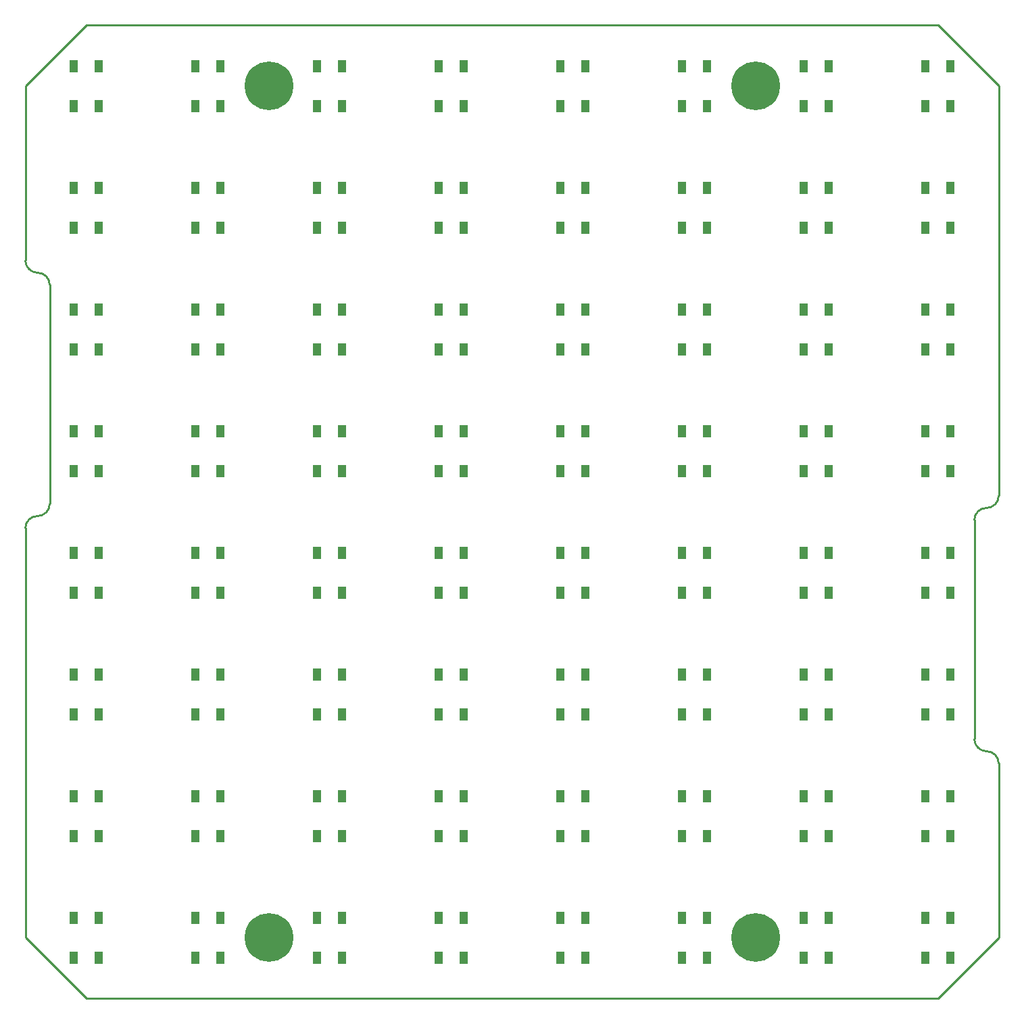
<source format=gtp>
G04 #@! TF.FileFunction,Paste,Top*
%FSLAX46Y46*%
G04 Gerber Fmt 4.6, Leading zero omitted, Abs format (unit mm)*
G04 Created by KiCad (PCBNEW 0.201504141001+5596~22~ubuntu14.10.1-product) date Friday 17 April 2015 10:18:20 PM IST*
%MOMM*%
G01*
G04 APERTURE LIST*
%ADD10C,0.152400*%
%ADD11C,0.254000*%
%ADD12R,1.016000X1.524000*%
%ADD13C,6.096000*%
G04 APERTURE END LIST*
D10*
D11*
X147320000Y-33020000D02*
X139700000Y-25400000D01*
X147320000Y-139700000D02*
X139700000Y-147320000D01*
X25400000Y-139700000D02*
X33020000Y-147320000D01*
X33020000Y-25400000D02*
X25400000Y-33020000D01*
X147320000Y-117856000D02*
G75*
G03X145796000Y-116332000I-1524000J0D01*
G01*
X144272000Y-114808000D02*
G75*
G03X145796000Y-116332000I1524000J0D01*
G01*
X145796000Y-85852000D02*
G75*
G03X144272000Y-87376000I0J-1524000D01*
G01*
X145796000Y-85852000D02*
G75*
G03X147320000Y-84328000I0J1524000D01*
G01*
X25400000Y-54864000D02*
G75*
G03X26924000Y-56388000I1524000J0D01*
G01*
X28448000Y-57912000D02*
G75*
G03X26924000Y-56388000I-1524000J0D01*
G01*
X26924000Y-86868000D02*
G75*
G03X25400000Y-88392000I0J-1524000D01*
G01*
X26924000Y-86868000D02*
G75*
G03X28448000Y-85344000I0J1524000D01*
G01*
X147320000Y-84328000D02*
X147320000Y-33020000D01*
X147320000Y-117856000D02*
X147320000Y-139700000D01*
X25400000Y-88392000D02*
X25400000Y-139700000D01*
X25400000Y-54864000D02*
X25400000Y-33020000D01*
X144272000Y-101092000D02*
X144272000Y-114808000D01*
X144272000Y-101092000D02*
X144272000Y-87376000D01*
X28448000Y-71628000D02*
X28448000Y-85344000D01*
X28448000Y-71628000D02*
X28448000Y-57912000D01*
X139700000Y-147320000D02*
X33020000Y-147320000D01*
X33020000Y-25400000D02*
X139700000Y-25400000D01*
D12*
X126047500Y-30543500D03*
X122872500Y-30543500D03*
X122872500Y-35496500D03*
X126047500Y-35496500D03*
X110807500Y-30543500D03*
X107632500Y-30543500D03*
X107632500Y-35496500D03*
X110807500Y-35496500D03*
X95567500Y-30543500D03*
X92392500Y-30543500D03*
X92392500Y-35496500D03*
X95567500Y-35496500D03*
X80327500Y-30543500D03*
X77152500Y-30543500D03*
X77152500Y-35496500D03*
X80327500Y-35496500D03*
X65087500Y-30543500D03*
X61912500Y-30543500D03*
X61912500Y-35496500D03*
X65087500Y-35496500D03*
X49847500Y-30543500D03*
X46672500Y-30543500D03*
X46672500Y-35496500D03*
X49847500Y-35496500D03*
X34607500Y-30543500D03*
X31432500Y-30543500D03*
X31432500Y-35496500D03*
X34607500Y-35496500D03*
X141287500Y-45783500D03*
X138112500Y-45783500D03*
X138112500Y-50736500D03*
X141287500Y-50736500D03*
X126047500Y-45783500D03*
X122872500Y-45783500D03*
X122872500Y-50736500D03*
X126047500Y-50736500D03*
X110807500Y-45783500D03*
X107632500Y-45783500D03*
X107632500Y-50736500D03*
X110807500Y-50736500D03*
X95567500Y-45783500D03*
X92392500Y-45783500D03*
X92392500Y-50736500D03*
X95567500Y-50736500D03*
X80327500Y-45783500D03*
X77152500Y-45783500D03*
X77152500Y-50736500D03*
X80327500Y-50736500D03*
X65087500Y-45783500D03*
X61912500Y-45783500D03*
X61912500Y-50736500D03*
X65087500Y-50736500D03*
X49847500Y-45783500D03*
X46672500Y-45783500D03*
X46672500Y-50736500D03*
X49847500Y-50736500D03*
X34607500Y-45783500D03*
X31432500Y-45783500D03*
X31432500Y-50736500D03*
X34607500Y-50736500D03*
X141287500Y-61023500D03*
X138112500Y-61023500D03*
X138112500Y-65976500D03*
X141287500Y-65976500D03*
X126047500Y-61023500D03*
X122872500Y-61023500D03*
X122872500Y-65976500D03*
X126047500Y-65976500D03*
X110807500Y-61023500D03*
X107632500Y-61023500D03*
X107632500Y-65976500D03*
X110807500Y-65976500D03*
X95567500Y-61023500D03*
X92392500Y-61023500D03*
X92392500Y-65976500D03*
X95567500Y-65976500D03*
X80327500Y-61023500D03*
X77152500Y-61023500D03*
X77152500Y-65976500D03*
X80327500Y-65976500D03*
X65087500Y-61023500D03*
X61912500Y-61023500D03*
X61912500Y-65976500D03*
X65087500Y-65976500D03*
X49847500Y-61023500D03*
X46672500Y-61023500D03*
X46672500Y-65976500D03*
X49847500Y-65976500D03*
X34607500Y-61023500D03*
X31432500Y-61023500D03*
X31432500Y-65976500D03*
X34607500Y-65976500D03*
X141287500Y-76263500D03*
X138112500Y-76263500D03*
X138112500Y-81216500D03*
X141287500Y-81216500D03*
X126047500Y-76263500D03*
X122872500Y-76263500D03*
X122872500Y-81216500D03*
X126047500Y-81216500D03*
X110807500Y-76263500D03*
X107632500Y-76263500D03*
X107632500Y-81216500D03*
X110807500Y-81216500D03*
X95567500Y-76263500D03*
X92392500Y-76263500D03*
X92392500Y-81216500D03*
X95567500Y-81216500D03*
X80327500Y-76263500D03*
X77152500Y-76263500D03*
X77152500Y-81216500D03*
X80327500Y-81216500D03*
X65087500Y-76263500D03*
X61912500Y-76263500D03*
X61912500Y-81216500D03*
X65087500Y-81216500D03*
X49847500Y-76263500D03*
X46672500Y-76263500D03*
X46672500Y-81216500D03*
X49847500Y-81216500D03*
X34607500Y-76263500D03*
X31432500Y-76263500D03*
X31432500Y-81216500D03*
X34607500Y-81216500D03*
X141287500Y-91503500D03*
X138112500Y-91503500D03*
X138112500Y-96456500D03*
X141287500Y-96456500D03*
X126047500Y-91503500D03*
X122872500Y-91503500D03*
X122872500Y-96456500D03*
X126047500Y-96456500D03*
X110807500Y-91503500D03*
X107632500Y-91503500D03*
X107632500Y-96456500D03*
X110807500Y-96456500D03*
X95567500Y-91503500D03*
X92392500Y-91503500D03*
X92392500Y-96456500D03*
X95567500Y-96456500D03*
X80327500Y-91503500D03*
X77152500Y-91503500D03*
X77152500Y-96456500D03*
X80327500Y-96456500D03*
X65087500Y-91503500D03*
X61912500Y-91503500D03*
X61912500Y-96456500D03*
X65087500Y-96456500D03*
X49847500Y-91503500D03*
X46672500Y-91503500D03*
X46672500Y-96456500D03*
X49847500Y-96456500D03*
X34607500Y-91503500D03*
X31432500Y-91503500D03*
X31432500Y-96456500D03*
X34607500Y-96456500D03*
X141287500Y-106743500D03*
X138112500Y-106743500D03*
X138112500Y-111696500D03*
X141287500Y-111696500D03*
X126047500Y-106743500D03*
X122872500Y-106743500D03*
X122872500Y-111696500D03*
X126047500Y-111696500D03*
X110807500Y-106743500D03*
X107632500Y-106743500D03*
X107632500Y-111696500D03*
X110807500Y-111696500D03*
X95567500Y-106743500D03*
X92392500Y-106743500D03*
X92392500Y-111696500D03*
X95567500Y-111696500D03*
X80327500Y-106743500D03*
X77152500Y-106743500D03*
X77152500Y-111696500D03*
X80327500Y-111696500D03*
X65087500Y-106743500D03*
X61912500Y-106743500D03*
X61912500Y-111696500D03*
X65087500Y-111696500D03*
X49847500Y-106743500D03*
X46672500Y-106743500D03*
X46672500Y-111696500D03*
X49847500Y-111696500D03*
X34607500Y-106743500D03*
X31432500Y-106743500D03*
X31432500Y-111696500D03*
X34607500Y-111696500D03*
X141287500Y-121983500D03*
X138112500Y-121983500D03*
X138112500Y-126936500D03*
X141287500Y-126936500D03*
X126047500Y-121983500D03*
X122872500Y-121983500D03*
X122872500Y-126936500D03*
X126047500Y-126936500D03*
X110807500Y-121983500D03*
X107632500Y-121983500D03*
X107632500Y-126936500D03*
X110807500Y-126936500D03*
X95567500Y-121983500D03*
X92392500Y-121983500D03*
X92392500Y-126936500D03*
X95567500Y-126936500D03*
X80327500Y-121983500D03*
X77152500Y-121983500D03*
X77152500Y-126936500D03*
X80327500Y-126936500D03*
X65087500Y-121983500D03*
X61912500Y-121983500D03*
X61912500Y-126936500D03*
X65087500Y-126936500D03*
X49847500Y-121983500D03*
X46672500Y-121983500D03*
X46672500Y-126936500D03*
X49847500Y-126936500D03*
X34607500Y-121983500D03*
X31432500Y-121983500D03*
X31432500Y-126936500D03*
X34607500Y-126936500D03*
X141287500Y-137223500D03*
X138112500Y-137223500D03*
X138112500Y-142176500D03*
X141287500Y-142176500D03*
X126047500Y-137223500D03*
X122872500Y-137223500D03*
X122872500Y-142176500D03*
X126047500Y-142176500D03*
X110807500Y-137223500D03*
X107632500Y-137223500D03*
X107632500Y-142176500D03*
X110807500Y-142176500D03*
X95567500Y-137223500D03*
X92392500Y-137223500D03*
X92392500Y-142176500D03*
X95567500Y-142176500D03*
X80327500Y-137223500D03*
X77152500Y-137223500D03*
X77152500Y-142176500D03*
X80327500Y-142176500D03*
X65087500Y-137223500D03*
X61912500Y-137223500D03*
X61912500Y-142176500D03*
X65087500Y-142176500D03*
X49847500Y-137223500D03*
X46672500Y-137223500D03*
X46672500Y-142176500D03*
X49847500Y-142176500D03*
X141287500Y-30543500D03*
X138112500Y-30543500D03*
X138112500Y-35496500D03*
X141287500Y-35496500D03*
X34607500Y-137223500D03*
X31432500Y-137223500D03*
X31432500Y-142176500D03*
X34607500Y-142176500D03*
D13*
X116840000Y-139700000D03*
X55880000Y-139700000D03*
X55880000Y-33020000D03*
X116840000Y-33020000D03*
M02*

</source>
